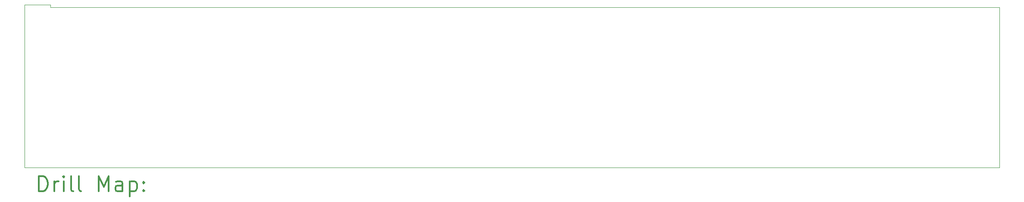
<source format=gbr>
%FSLAX45Y45*%
G04 Gerber Fmt 4.5, Leading zero omitted, Abs format (unit mm)*
G04 Created by KiCad (PCBNEW (5.1.9)-1) date 2021-05-28 12:30:48*
%MOMM*%
%LPD*%
G01*
G04 APERTURE LIST*
%TA.AperFunction,Profile*%
%ADD10C,0.050000*%
%TD*%
%ADD11C,0.200000*%
%ADD12C,0.300000*%
G04 APERTURE END LIST*
D10*
X5486400Y-12039600D02*
X5486400Y-12039600D01*
X5588000Y-12039600D02*
X5486400Y-12039600D01*
X5486400Y-8839200D02*
X5486400Y-8890000D01*
X24130000Y-8890000D02*
X5486400Y-8890000D01*
X24130000Y-8890000D02*
X24130000Y-12039600D01*
X5486400Y-8839200D02*
X5486400Y-8839200D01*
X4978400Y-8839200D02*
X5486400Y-8839200D01*
X4978400Y-12039600D02*
X4978400Y-8839200D01*
X5486400Y-12039600D02*
X4978400Y-12039600D01*
X24130000Y-12039600D02*
X5588000Y-12039600D01*
D11*
D12*
X5262328Y-12507814D02*
X5262328Y-12207814D01*
X5333757Y-12207814D01*
X5376614Y-12222100D01*
X5405186Y-12250671D01*
X5419471Y-12279243D01*
X5433757Y-12336386D01*
X5433757Y-12379243D01*
X5419471Y-12436386D01*
X5405186Y-12464957D01*
X5376614Y-12493529D01*
X5333757Y-12507814D01*
X5262328Y-12507814D01*
X5562328Y-12507814D02*
X5562328Y-12307814D01*
X5562328Y-12364957D02*
X5576614Y-12336386D01*
X5590900Y-12322100D01*
X5619471Y-12307814D01*
X5648043Y-12307814D01*
X5748043Y-12507814D02*
X5748043Y-12307814D01*
X5748043Y-12207814D02*
X5733757Y-12222100D01*
X5748043Y-12236386D01*
X5762328Y-12222100D01*
X5748043Y-12207814D01*
X5748043Y-12236386D01*
X5933757Y-12507814D02*
X5905186Y-12493529D01*
X5890900Y-12464957D01*
X5890900Y-12207814D01*
X6090900Y-12507814D02*
X6062328Y-12493529D01*
X6048043Y-12464957D01*
X6048043Y-12207814D01*
X6433757Y-12507814D02*
X6433757Y-12207814D01*
X6533757Y-12422100D01*
X6633757Y-12207814D01*
X6633757Y-12507814D01*
X6905186Y-12507814D02*
X6905186Y-12350671D01*
X6890900Y-12322100D01*
X6862328Y-12307814D01*
X6805186Y-12307814D01*
X6776614Y-12322100D01*
X6905186Y-12493529D02*
X6876614Y-12507814D01*
X6805186Y-12507814D01*
X6776614Y-12493529D01*
X6762328Y-12464957D01*
X6762328Y-12436386D01*
X6776614Y-12407814D01*
X6805186Y-12393529D01*
X6876614Y-12393529D01*
X6905186Y-12379243D01*
X7048043Y-12307814D02*
X7048043Y-12607814D01*
X7048043Y-12322100D02*
X7076614Y-12307814D01*
X7133757Y-12307814D01*
X7162328Y-12322100D01*
X7176614Y-12336386D01*
X7190900Y-12364957D01*
X7190900Y-12450671D01*
X7176614Y-12479243D01*
X7162328Y-12493529D01*
X7133757Y-12507814D01*
X7076614Y-12507814D01*
X7048043Y-12493529D01*
X7319471Y-12479243D02*
X7333757Y-12493529D01*
X7319471Y-12507814D01*
X7305186Y-12493529D01*
X7319471Y-12479243D01*
X7319471Y-12507814D01*
X7319471Y-12322100D02*
X7333757Y-12336386D01*
X7319471Y-12350671D01*
X7305186Y-12336386D01*
X7319471Y-12322100D01*
X7319471Y-12350671D01*
M02*

</source>
